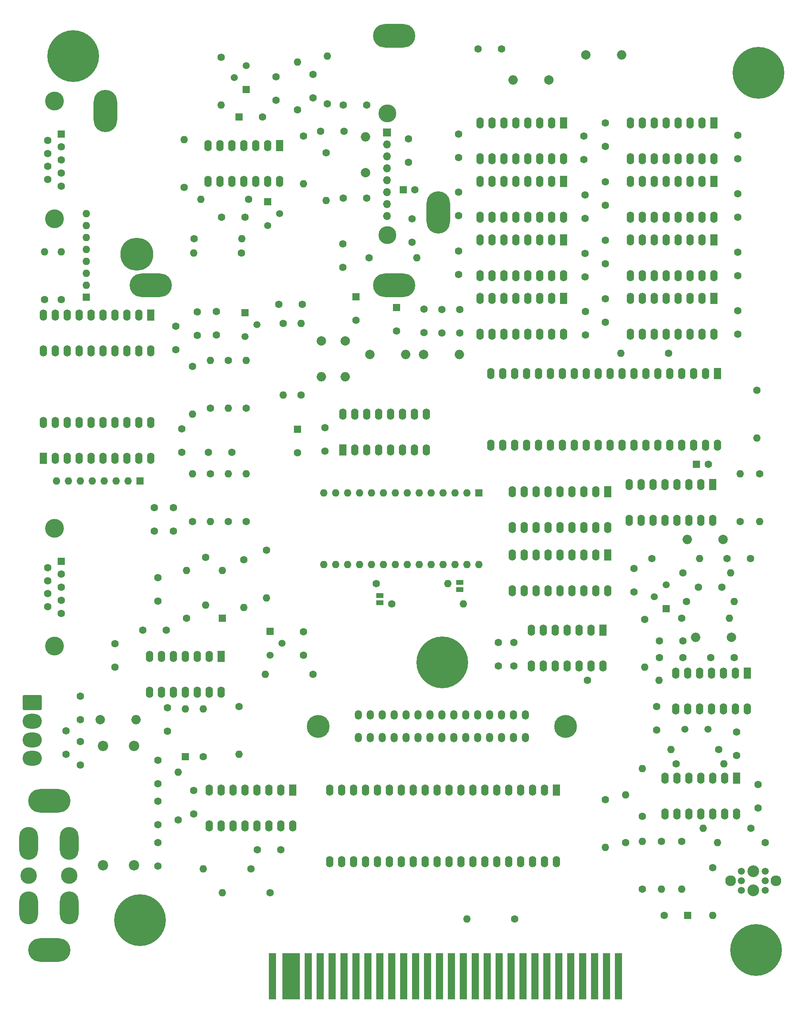
<source format=gbr>
%TF.GenerationSoftware,KiCad,Pcbnew,7.0.11-7.0.11~ubuntu22.04.1*%
%TF.CreationDate,2024-11-08T14:06:27-05:00*%
%TF.ProjectId,coleco_original_main_only,636f6c65-636f-45f6-9f72-6967696e616c,DEV*%
%TF.SameCoordinates,Original*%
%TF.FileFunction,Soldermask,Bot*%
%TF.FilePolarity,Negative*%
%FSLAX46Y46*%
G04 Gerber Fmt 4.6, Leading zero omitted, Abs format (unit mm)*
G04 Created by KiCad (PCBNEW 7.0.11-7.0.11~ubuntu22.04.1) date 2024-11-08 14:06:27*
%MOMM*%
%LPD*%
G01*
G04 APERTURE LIST*
G04 Aperture macros list*
%AMRoundRect*
0 Rectangle with rounded corners*
0 $1 Rounding radius*
0 $2 $3 $4 $5 $6 $7 $8 $9 X,Y pos of 4 corners*
0 Add a 4 corners polygon primitive as box body*
4,1,4,$2,$3,$4,$5,$6,$7,$8,$9,$2,$3,0*
0 Add four circle primitives for the rounded corners*
1,1,$1+$1,$2,$3*
1,1,$1+$1,$4,$5*
1,1,$1+$1,$6,$7*
1,1,$1+$1,$8,$9*
0 Add four rect primitives between the rounded corners*
20,1,$1+$1,$2,$3,$4,$5,0*
20,1,$1+$1,$4,$5,$6,$7,0*
20,1,$1+$1,$6,$7,$8,$9,0*
20,1,$1+$1,$8,$9,$2,$3,0*%
G04 Aperture macros list end*
%ADD10C,1.600000*%
%ADD11R,1.600000X1.600000*%
%ADD12O,1.600000X1.600000*%
%ADD13R,1.600000X2.400000*%
%ADD14O,1.600000X2.400000*%
%ADD15C,3.800000*%
%ADD16R,1.500000X1.500000*%
%ADD17C,1.500000*%
%ADD18O,9.000000X5.000000*%
%ADD19C,2.000000*%
%ADD20O,2.000000X2.000000*%
%ADD21C,4.000000*%
%ADD22R,1.524000X9.906000*%
%ADD23R,2.032000X9.906000*%
%ADD24R,1.778000X9.906000*%
%ADD25C,2.300000*%
%ADD26C,2.500000*%
%ADD27C,11.000000*%
%ADD28C,2.200000*%
%ADD29O,2.200000X2.200000*%
%ADD30C,7.000000*%
%ADD31O,4.000000X7.000000*%
%ADD32C,3.500000*%
%ADD33RoundRect,0.250000X-1.800000X1.330000X-1.800000X-1.330000X1.800000X-1.330000X1.800000X1.330000X0*%
%ADD34O,4.100000X3.160000*%
%ADD35O,1.500000X2.000000*%
%ADD36C,4.875000*%
%ADD37O,5.000000X9.000000*%
%ADD38R,1.700000X1.700000*%
%ADD39O,1.700000X1.700000*%
%ADD40R,1.500000X1.000000*%
G04 APERTURE END LIST*
D10*
%TO.C,C46*%
X38862000Y-165787000D03*
X38862000Y-170787000D03*
%TD*%
D11*
%TO.C,CR1*%
X61214000Y-178701000D03*
D12*
X61214000Y-168541000D03*
%TD*%
D10*
%TO.C,R23*%
X73660000Y-136791000D03*
D12*
X73660000Y-146951000D03*
%TD*%
D13*
%TO.C,U1*%
X140203000Y-185833000D03*
D14*
X137663000Y-185833000D03*
X135123000Y-185833000D03*
X132583000Y-185833000D03*
X130043000Y-185833000D03*
X127503000Y-185833000D03*
X124963000Y-185833000D03*
X122423000Y-185833000D03*
X119883000Y-185833000D03*
X117343000Y-185833000D03*
X114803000Y-185833000D03*
X112263000Y-185833000D03*
X109723000Y-185833000D03*
X107183000Y-185833000D03*
X104643000Y-185833000D03*
X102103000Y-185833000D03*
X99563000Y-185833000D03*
X97023000Y-185833000D03*
X94483000Y-185833000D03*
X91943000Y-185833000D03*
X91943000Y-201073000D03*
X94483000Y-201073000D03*
X97023000Y-201073000D03*
X99563000Y-201073000D03*
X102103000Y-201073000D03*
X104643000Y-201073000D03*
X107183000Y-201073000D03*
X109723000Y-201073000D03*
X112263000Y-201073000D03*
X114803000Y-201073000D03*
X117343000Y-201073000D03*
X119883000Y-201073000D03*
X122423000Y-201073000D03*
X124963000Y-201073000D03*
X127503000Y-201073000D03*
X130043000Y-201073000D03*
X132583000Y-201073000D03*
X135123000Y-201073000D03*
X137663000Y-201073000D03*
X140203000Y-201073000D03*
%TD*%
D10*
%TO.C,C92*%
X173014000Y-157619000D03*
X178014000Y-157619000D03*
%TD*%
%TO.C,C103*%
X86360000Y-152071000D03*
X86360000Y-157071000D03*
%TD*%
%TO.C,R39*%
X160528000Y-136537000D03*
D12*
X170688000Y-136537000D03*
%TD*%
D10*
%TO.C,C49*%
X55372000Y-196989000D03*
X55372000Y-201989000D03*
%TD*%
%TO.C,C31*%
X150622000Y-68759000D03*
X150622000Y-73759000D03*
%TD*%
D15*
%TO.C,H14*%
X104174000Y-67669000D03*
%TD*%
D10*
%TO.C,R13*%
X167132000Y-139585000D03*
D12*
X177292000Y-139585000D03*
%TD*%
D10*
%TO.C,C90*%
X162132000Y-154063000D03*
X167132000Y-154063000D03*
%TD*%
D16*
%TO.C,Q4*%
X73914000Y-84213000D03*
D17*
X76454000Y-86753000D03*
X73914000Y-89293000D03*
%TD*%
D10*
%TO.C,C1*%
X178562000Y-173407000D03*
X178562000Y-178407000D03*
%TD*%
%TO.C,C91*%
X162092000Y-157619000D03*
X167092000Y-157619000D03*
%TD*%
%TO.C,C65*%
X57110000Y-151777000D03*
X52110000Y-151777000D03*
%TD*%
D11*
%TO.C,U2*%
X123688000Y-122562000D03*
D12*
X121148000Y-122562000D03*
X118608000Y-122562000D03*
X116068000Y-122562000D03*
X113528000Y-122562000D03*
X110988000Y-122562000D03*
X108448000Y-122562000D03*
X105908000Y-122562000D03*
X103368000Y-122562000D03*
X100828000Y-122562000D03*
X98288000Y-122562000D03*
X95748000Y-122562000D03*
X93208000Y-122562000D03*
X90668000Y-122562000D03*
X90668000Y-137802000D03*
X93208000Y-137802000D03*
X95748000Y-137802000D03*
X98288000Y-137802000D03*
X100828000Y-137802000D03*
X103368000Y-137802000D03*
X105908000Y-137802000D03*
X108448000Y-137802000D03*
X110988000Y-137802000D03*
X113528000Y-137802000D03*
X116068000Y-137802000D03*
X118608000Y-137802000D03*
X121148000Y-137802000D03*
X123688000Y-137802000D03*
%TD*%
D10*
%TO.C,C8*%
X62992000Y-185853000D03*
X62992000Y-190853000D03*
%TD*%
D18*
%TO.C,H7*%
X32258000Y-219849000D03*
%TD*%
D19*
%TO.C,L17*%
X175656000Y-132473000D03*
D20*
X168036000Y-132473000D03*
%TD*%
D21*
%TO.C,J5*%
X33342331Y-39191000D03*
X33342331Y-64191000D03*
D11*
X34762331Y-46151000D03*
D10*
X34762331Y-48921000D03*
X34762331Y-51691000D03*
X34762331Y-54461000D03*
X34762331Y-57231000D03*
X31922331Y-47536000D03*
X31922331Y-50306000D03*
X31922331Y-53076000D03*
X31922331Y-55846000D03*
%TD*%
D18*
%TO.C,H12*%
X105664000Y-78371000D03*
%TD*%
D11*
%TO.C,C36*%
X97536000Y-80773094D03*
D10*
X97536000Y-85773094D03*
%TD*%
D11*
%TO.C,UR25*%
X40132000Y-80921000D03*
D12*
X40132000Y-78381000D03*
X40132000Y-75841000D03*
X40132000Y-73301000D03*
X40132000Y-70761000D03*
X40132000Y-68221000D03*
X40132000Y-65681000D03*
X40132000Y-63141000D03*
%TD*%
D10*
%TO.C,C48*%
X38862000Y-175439000D03*
X38862000Y-180439000D03*
%TD*%
%TO.C,R8*%
X162560000Y-196735000D03*
D12*
X162560000Y-206895000D03*
%TD*%
D10*
%TO.C,R67*%
X31242000Y-81419000D03*
D12*
X31242000Y-71259000D03*
%TD*%
D10*
%TO.C,R34*%
X74168000Y-104533000D03*
D12*
X74168000Y-94373000D03*
%TD*%
D10*
%TO.C,C4*%
X170434000Y-142633000D03*
X175434000Y-142633000D03*
%TD*%
%TO.C,C11*%
X183134000Y-189583000D03*
X183134000Y-184583000D03*
%TD*%
%TO.C,C50*%
X55372000Y-179463000D03*
X55372000Y-184463000D03*
%TD*%
%TO.C,R48*%
X63026000Y-68431000D03*
D12*
X73186000Y-68431000D03*
%TD*%
D22*
%TO.C,J2*%
X153416000Y-225437000D03*
X150876000Y-225437000D03*
X148336000Y-225437000D03*
X145796000Y-225437000D03*
X143256000Y-225437000D03*
X140716000Y-225437000D03*
X138176000Y-225437000D03*
X135636000Y-225437000D03*
X133096000Y-225437000D03*
X130556000Y-225437000D03*
X128016000Y-225437000D03*
X125476000Y-225437000D03*
X122936000Y-225437000D03*
X120396000Y-225437000D03*
X117856000Y-225437000D03*
X115316000Y-225437000D03*
X112776000Y-225437000D03*
X110236000Y-225437000D03*
X107696000Y-225437000D03*
X105156000Y-225437000D03*
X102616000Y-225437000D03*
X100076000Y-225437000D03*
X97536000Y-225437000D03*
X94996000Y-225437000D03*
X92456000Y-225437000D03*
X89916000Y-225437000D03*
X87376000Y-225437000D03*
D23*
X84582000Y-225437000D03*
D24*
X82677000Y-225437000D03*
D22*
X79756000Y-225437000D03*
%TD*%
D10*
%TO.C,R35*%
X158496000Y-191401000D03*
D12*
X158496000Y-181241000D03*
%TD*%
D10*
%TO.C,C100*%
X94782000Y-40017000D03*
X99782000Y-40017000D03*
%TD*%
%TO.C,C40*%
X119380000Y-71045000D03*
X119380000Y-76045000D03*
%TD*%
%TO.C,R72*%
X62738000Y-95643000D03*
D12*
X62738000Y-105803000D03*
%TD*%
D13*
%TO.C,U24*%
X68834000Y-157365000D03*
D14*
X66294000Y-157365000D03*
X63754000Y-157365000D03*
X61214000Y-157365000D03*
X58674000Y-157365000D03*
X56134000Y-157365000D03*
X53594000Y-157365000D03*
X53594000Y-164985000D03*
X56134000Y-164985000D03*
X58674000Y-164985000D03*
X61214000Y-164985000D03*
X63754000Y-164985000D03*
X66294000Y-164985000D03*
X68834000Y-164985000D03*
%TD*%
D13*
%TO.C,U7*%
X178562000Y-183273000D03*
D14*
X176022000Y-183273000D03*
X173482000Y-183273000D03*
X170942000Y-183273000D03*
X168402000Y-183273000D03*
X165862000Y-183273000D03*
X163322000Y-183273000D03*
X163322000Y-190893000D03*
X165862000Y-190893000D03*
X168402000Y-190893000D03*
X170942000Y-190893000D03*
X173482000Y-190893000D03*
X176022000Y-190893000D03*
X178562000Y-190893000D03*
%TD*%
D13*
%TO.C,U6*%
X173467000Y-120774000D03*
D14*
X170927000Y-120774000D03*
X168387000Y-120774000D03*
X165847000Y-120774000D03*
X163307000Y-120774000D03*
X160767000Y-120774000D03*
X158227000Y-120774000D03*
X155687000Y-120774000D03*
X155687000Y-128394000D03*
X158227000Y-128394000D03*
X160767000Y-128394000D03*
X163307000Y-128394000D03*
X165847000Y-128394000D03*
X168387000Y-128394000D03*
X170927000Y-128394000D03*
X173467000Y-128394000D03*
%TD*%
D10*
%TO.C,C2*%
X81534000Y-198513000D03*
X76534000Y-198513000D03*
%TD*%
D25*
%TO.C,S1*%
X177292000Y-205085000D03*
X186944000Y-205085000D03*
D17*
X179578000Y-203053000D03*
D26*
X182118000Y-203053000D03*
D17*
X184658000Y-203053000D03*
X179578000Y-205085000D03*
D26*
X182118000Y-207117000D03*
D17*
X184658000Y-205085000D03*
X179578000Y-207117000D03*
X184658000Y-207117000D03*
%TD*%
D19*
%TO.C,L9*%
X138572000Y-34683000D03*
D20*
X130952000Y-34683000D03*
%TD*%
D27*
%TO.C,H5*%
X115858000Y-158601000D03*
%TD*%
D10*
%TO.C,C60*%
X81066000Y-82435000D03*
X86066000Y-82435000D03*
%TD*%
%TO.C,R14*%
X79248000Y-207657000D03*
D12*
X69088000Y-207657000D03*
%TD*%
D10*
%TO.C,R49*%
X73152000Y-71513000D03*
D12*
X62992000Y-71513000D03*
%TD*%
D13*
%TO.C,U22*%
X180853000Y-160906000D03*
D14*
X178313000Y-160906000D03*
X175773000Y-160906000D03*
X173233000Y-160906000D03*
X170693000Y-160906000D03*
X168153000Y-160906000D03*
X165613000Y-160906000D03*
X165613000Y-168526000D03*
X168153000Y-168526000D03*
X170693000Y-168526000D03*
X173233000Y-168526000D03*
X175773000Y-168526000D03*
X178313000Y-168526000D03*
X180853000Y-168526000D03*
%TD*%
D10*
%TO.C,C26*%
X178816000Y-58853000D03*
X178816000Y-63853000D03*
%TD*%
%TO.C,R19*%
X70358000Y-94373000D03*
D12*
X70358000Y-104533000D03*
%TD*%
D28*
%TO.C,L5*%
X50292000Y-201815000D03*
D29*
X50292000Y-176415000D03*
%TD*%
D10*
%TO.C,R25*%
X74168000Y-128663000D03*
D12*
X74168000Y-118503000D03*
%TD*%
D10*
%TO.C,C32*%
X119380000Y-46153000D03*
X119380000Y-51153000D03*
%TD*%
D30*
%TO.C,H13*%
X50834000Y-71733000D03*
%TD*%
D10*
%TO.C,C28*%
X150622000Y-56313000D03*
X150622000Y-61313000D03*
%TD*%
%TO.C,R12*%
X75184000Y-202577000D03*
D12*
X65024000Y-202577000D03*
%TD*%
D10*
%TO.C,C64*%
X80518000Y-38961000D03*
X80518000Y-33961000D03*
%TD*%
%TO.C,C37*%
X119380000Y-58559000D03*
X119380000Y-63559000D03*
%TD*%
D27*
%TO.C,H1*%
X51562000Y-213499000D03*
%TD*%
D19*
%TO.C,L2*%
X100442000Y-93103000D03*
D20*
X108062000Y-93103000D03*
%TD*%
D18*
%TO.C,H10*%
X53848000Y-78389000D03*
%TD*%
D11*
%TO.C,C87*%
X107551774Y-58051000D03*
D10*
X110051774Y-58051000D03*
%TD*%
%TO.C,R62*%
X159004000Y-149491000D03*
D12*
X159004000Y-159651000D03*
%TD*%
D16*
%TO.C,Q6*%
X74176000Y-36715000D03*
D17*
X71636000Y-34175000D03*
X74176000Y-31635000D03*
%TD*%
D10*
%TO.C,R75*%
X174752000Y-177177000D03*
D12*
X164592000Y-177177000D03*
%TD*%
D21*
%TO.C,J6*%
X33342331Y-130123000D03*
X33342331Y-155123000D03*
D11*
X34762331Y-137083000D03*
D10*
X34762331Y-139853000D03*
X34762331Y-142623000D03*
X34762331Y-145393000D03*
X34762331Y-148163000D03*
X31922331Y-138468000D03*
X31922331Y-141238000D03*
X31922331Y-144008000D03*
X31922331Y-146778000D03*
%TD*%
%TO.C,R26*%
X131318000Y-213245000D03*
D12*
X121158000Y-213245000D03*
%TD*%
D10*
%TO.C,C102*%
X67818000Y-83959000D03*
X67818000Y-88959000D03*
%TD*%
D19*
%TO.C,L3*%
X111872000Y-93103000D03*
D20*
X119492000Y-93103000D03*
%TD*%
D13*
%TO.C,U8*%
X150119000Y-151762000D03*
D14*
X147579000Y-151762000D03*
X145039000Y-151762000D03*
X142499000Y-151762000D03*
X139959000Y-151762000D03*
X137419000Y-151762000D03*
X134879000Y-151762000D03*
X134879000Y-159382000D03*
X137419000Y-159382000D03*
X139959000Y-159382000D03*
X142499000Y-159382000D03*
X145039000Y-159382000D03*
X147579000Y-159382000D03*
X150119000Y-159382000D03*
%TD*%
D10*
%TO.C,R55*%
X60960000Y-57543000D03*
D12*
X60960000Y-47383000D03*
%TD*%
D10*
%TO.C,R43*%
X68834000Y-29857000D03*
D12*
X68834000Y-40017000D03*
%TD*%
D31*
%TO.C,S2*%
X36449000Y-210864000D03*
D32*
X36449000Y-204006000D03*
D31*
X36449000Y-197148000D03*
X27813000Y-210864000D03*
D32*
X27813000Y-204006000D03*
D31*
X27813000Y-197148000D03*
%TD*%
D11*
%TO.C,C34*%
X106172000Y-83071423D03*
D10*
X106172000Y-88071423D03*
%TD*%
%TO.C,WJ3*%
X82042000Y-86499000D03*
D12*
X82042000Y-101739000D03*
%TD*%
D10*
%TO.C,R60*%
X179324000Y-128663000D03*
D12*
X179324000Y-118503000D03*
%TD*%
D10*
%TO.C,C24*%
X146304000Y-59107000D03*
X146304000Y-64107000D03*
%TD*%
%TO.C,R71*%
X78486000Y-134759000D03*
D12*
X78486000Y-144919000D03*
%TD*%
D13*
%TO.C,U4*%
X151120000Y-135760000D03*
D14*
X148580000Y-135760000D03*
X146040000Y-135760000D03*
X143500000Y-135760000D03*
X140960000Y-135760000D03*
X138420000Y-135760000D03*
X135880000Y-135760000D03*
X133340000Y-135760000D03*
X130800000Y-135760000D03*
X130800000Y-143380000D03*
X133340000Y-143380000D03*
X135880000Y-143380000D03*
X138420000Y-143380000D03*
X140960000Y-143380000D03*
X143500000Y-143380000D03*
X146040000Y-143380000D03*
X148580000Y-143380000D03*
X151120000Y-143380000D03*
%TD*%
D10*
%TO.C,R17*%
X154940000Y-196989000D03*
D12*
X154940000Y-186829000D03*
%TD*%
D10*
%TO.C,C22*%
X150622000Y-43827000D03*
X150622000Y-48827000D03*
%TD*%
%TO.C,R69*%
X66548000Y-104533000D03*
D12*
X66548000Y-94373000D03*
%TD*%
D11*
%TO.C,C68*%
X72624698Y-42557000D03*
D10*
X77624698Y-42557000D03*
%TD*%
%TO.C,C29*%
X178816000Y-71299000D03*
X178816000Y-76299000D03*
%TD*%
%TO.C,C42*%
X115824000Y-88491000D03*
X115824000Y-83491000D03*
%TD*%
D13*
%TO.C,U20*%
X94757000Y-113438000D03*
D14*
X97297000Y-113438000D03*
X99837000Y-113438000D03*
X102377000Y-113438000D03*
X104917000Y-113438000D03*
X107457000Y-113438000D03*
X109997000Y-113438000D03*
X112537000Y-113438000D03*
X112537000Y-105818000D03*
X109997000Y-105818000D03*
X107457000Y-105818000D03*
X104917000Y-105818000D03*
X102377000Y-105818000D03*
X99837000Y-105818000D03*
X97297000Y-105818000D03*
X94757000Y-105818000D03*
%TD*%
D10*
%TO.C,R22*%
X66548000Y-118503000D03*
D12*
X66548000Y-128663000D03*
%TD*%
D13*
%TO.C,U3*%
X151120000Y-122298000D03*
D14*
X148580000Y-122298000D03*
X146040000Y-122298000D03*
X143500000Y-122298000D03*
X140960000Y-122298000D03*
X138420000Y-122298000D03*
X135880000Y-122298000D03*
X133340000Y-122298000D03*
X130800000Y-122298000D03*
X130800000Y-129918000D03*
X133340000Y-129918000D03*
X135880000Y-129918000D03*
X138420000Y-129918000D03*
X140960000Y-129918000D03*
X143500000Y-129918000D03*
X146040000Y-129918000D03*
X148580000Y-129918000D03*
X151120000Y-129918000D03*
%TD*%
D13*
%TO.C,U19*%
X53848000Y-84721000D03*
D14*
X51308000Y-84721000D03*
X48768000Y-84721000D03*
X46228000Y-84721000D03*
X43688000Y-84721000D03*
X41148000Y-84721000D03*
X38608000Y-84721000D03*
X36068000Y-84721000D03*
X33528000Y-84721000D03*
X30988000Y-84721000D03*
X30988000Y-92341000D03*
X33528000Y-92341000D03*
X36068000Y-92341000D03*
X38608000Y-92341000D03*
X41148000Y-92341000D03*
X43688000Y-92341000D03*
X46228000Y-92341000D03*
X48768000Y-92341000D03*
X51308000Y-92341000D03*
X53848000Y-92341000D03*
%TD*%
D17*
%TO.C,Y1*%
X172410000Y-172859000D03*
X167530000Y-172859000D03*
%TD*%
D10*
%TO.C,C41*%
X112014000Y-83451000D03*
X112014000Y-88451000D03*
%TD*%
%TO.C,R5*%
X165642000Y-180225000D03*
D12*
X175802000Y-180225000D03*
%TD*%
D10*
%TO.C,R79*%
X74676000Y-60083000D03*
D12*
X64516000Y-60083000D03*
%TD*%
D10*
%TO.C,C21*%
X146050000Y-46621000D03*
X146050000Y-51621000D03*
%TD*%
%TO.C,C99*%
X55372000Y-140601000D03*
X55372000Y-145601000D03*
%TD*%
%TO.C,C13*%
X156718000Y-138609000D03*
X156718000Y-143609000D03*
%TD*%
%TO.C,C57*%
X108712000Y-52169000D03*
X108712000Y-47169000D03*
%TD*%
D16*
%TO.C,Q3*%
X78732000Y-60591000D03*
D17*
X81272000Y-63131000D03*
X78732000Y-65671000D03*
%TD*%
D10*
%TO.C,C30*%
X146338000Y-83959000D03*
X146338000Y-88959000D03*
%TD*%
%TO.C,R10*%
X158496000Y-206895000D03*
D12*
X158496000Y-196735000D03*
%TD*%
D10*
%TO.C,R15*%
X150622000Y-187845000D03*
D12*
X150622000Y-198005000D03*
%TD*%
D10*
%TO.C,R76*%
X86360000Y-46621000D03*
D12*
X86360000Y-56781000D03*
%TD*%
D10*
%TO.C,R21*%
X70358000Y-128663000D03*
D12*
X70358000Y-118503000D03*
%TD*%
D10*
%TO.C,C70*%
X161544000Y-168033000D03*
X161544000Y-173033000D03*
%TD*%
D15*
%TO.C,H15*%
X104174000Y-41761000D03*
%TD*%
D11*
%TO.C,UR26*%
X51562000Y-120027000D03*
D12*
X49022000Y-120027000D03*
X46482000Y-120027000D03*
X43942000Y-120027000D03*
X41402000Y-120027000D03*
X38862000Y-120027000D03*
X36322000Y-120027000D03*
X33782000Y-120027000D03*
%TD*%
D13*
%TO.C,U23*%
X81285000Y-48638000D03*
D14*
X78745000Y-48638000D03*
X76205000Y-48638000D03*
X73665000Y-48638000D03*
X71125000Y-48638000D03*
X68585000Y-48638000D03*
X66045000Y-48638000D03*
X66045000Y-56258000D03*
X68585000Y-56258000D03*
X71125000Y-56258000D03*
X73665000Y-56258000D03*
X76205000Y-56258000D03*
X78745000Y-56258000D03*
X81285000Y-56258000D03*
%TD*%
D13*
%TO.C,U18*%
X30988000Y-115201000D03*
D14*
X33528000Y-115201000D03*
X36068000Y-115201000D03*
X38608000Y-115201000D03*
X41148000Y-115201000D03*
X43688000Y-115201000D03*
X46228000Y-115201000D03*
X48768000Y-115201000D03*
X51308000Y-115201000D03*
X53848000Y-115201000D03*
X53848000Y-107581000D03*
X51308000Y-107581000D03*
X48768000Y-107581000D03*
X46228000Y-107581000D03*
X43688000Y-107581000D03*
X41148000Y-107581000D03*
X38608000Y-107581000D03*
X36068000Y-107581000D03*
X33528000Y-107581000D03*
X30988000Y-107581000D03*
%TD*%
D13*
%TO.C,U10*%
X173751000Y-56263000D03*
D14*
X171211000Y-56263000D03*
X168671000Y-56263000D03*
X166131000Y-56263000D03*
X163591000Y-56263000D03*
X161051000Y-56263000D03*
X158511000Y-56263000D03*
X155971000Y-56263000D03*
X155971000Y-63883000D03*
X158511000Y-63883000D03*
X161051000Y-63883000D03*
X163591000Y-63883000D03*
X166131000Y-63883000D03*
X168671000Y-63883000D03*
X171211000Y-63883000D03*
X173751000Y-63883000D03*
%TD*%
D27*
%TO.C,H2*%
X37338000Y-29603000D03*
%TD*%
D33*
%TO.C,J0*%
X28597000Y-167173000D03*
D34*
X28597000Y-171133000D03*
X28597000Y-175093000D03*
X28597000Y-179053000D03*
%TD*%
D10*
%TO.C,C10*%
X59182000Y-92047000D03*
X59182000Y-87047000D03*
%TD*%
D19*
%TO.C,L14*%
X177434000Y-153301000D03*
D20*
X169814000Y-153301000D03*
%TD*%
D10*
%TO.C,C104*%
X46228000Y-159611000D03*
X46228000Y-154611000D03*
%TD*%
D11*
%TO.C,CR2*%
X69088000Y-149237000D03*
D12*
X69088000Y-139077000D03*
%TD*%
D10*
%TO.C,C88*%
X128484000Y-28079000D03*
X123484000Y-28079000D03*
%TD*%
%TO.C,R78*%
X184658000Y-196989000D03*
D12*
X174498000Y-196989000D03*
%TD*%
D13*
%TO.C,U15*%
X141717000Y-43812000D03*
D14*
X139177000Y-43812000D03*
X136637000Y-43812000D03*
X134097000Y-43812000D03*
X131557000Y-43812000D03*
X129017000Y-43812000D03*
X126477000Y-43812000D03*
X123937000Y-43812000D03*
X123937000Y-51432000D03*
X126477000Y-51432000D03*
X129017000Y-51432000D03*
X131557000Y-51432000D03*
X134097000Y-51432000D03*
X136637000Y-51432000D03*
X139177000Y-51432000D03*
X141717000Y-51432000D03*
%TD*%
D10*
%TO.C,R20*%
X62738000Y-128663000D03*
D12*
X62738000Y-118503000D03*
%TD*%
D10*
%TO.C,R41*%
X100330000Y-72529000D03*
D12*
X110490000Y-72529000D03*
%TD*%
D10*
%TO.C,WJ2*%
X85852000Y-101739000D03*
D12*
X85852000Y-86499000D03*
%TD*%
D10*
%TO.C,R1*%
X65024000Y-178701000D03*
D12*
X65024000Y-168541000D03*
%TD*%
D10*
%TO.C,C12*%
X60452000Y-108931000D03*
X60452000Y-113931000D03*
%TD*%
%TO.C,R11*%
X167894000Y-145681000D03*
D12*
X178054000Y-145681000D03*
%TD*%
D10*
%TO.C,C23*%
X178816000Y-46407000D03*
X178816000Y-51407000D03*
%TD*%
%TO.C,C17*%
X66120000Y-113931000D03*
X71120000Y-113931000D03*
%TD*%
D18*
%TO.C,H11*%
X105664000Y-25303000D03*
%TD*%
D10*
%TO.C,C44*%
X178816000Y-83745000D03*
X178816000Y-88745000D03*
%TD*%
%TO.C,C89*%
X90932000Y-108637000D03*
X90932000Y-113637000D03*
%TD*%
%TO.C,R18*%
X91186000Y-50177000D03*
D12*
X91186000Y-60337000D03*
%TD*%
D16*
%TO.C,Q2*%
X163584000Y-147205000D03*
D17*
X161044000Y-144665000D03*
X163584000Y-142125000D03*
%TD*%
D10*
%TO.C,R24*%
X65532000Y-136283000D03*
D12*
X65532000Y-146443000D03*
%TD*%
D10*
%TO.C,C61*%
X57404000Y-168293000D03*
X57404000Y-173293000D03*
%TD*%
%TO.C,C9*%
X131098000Y-154357000D03*
X131098000Y-159357000D03*
%TD*%
%TO.C,C66*%
X89956000Y-45605000D03*
X94956000Y-45605000D03*
%TD*%
%TO.C,C69*%
X68909328Y-63893000D03*
X73909328Y-63893000D03*
%TD*%
D13*
%TO.C,U16*%
X141717000Y-81165000D03*
D14*
X139177000Y-81165000D03*
X136637000Y-81165000D03*
X134097000Y-81165000D03*
X131557000Y-81165000D03*
X129017000Y-81165000D03*
X126477000Y-81165000D03*
X123937000Y-81165000D03*
X123937000Y-88785000D03*
X126477000Y-88785000D03*
X129017000Y-88785000D03*
X131557000Y-88785000D03*
X134097000Y-88785000D03*
X136637000Y-88785000D03*
X139177000Y-88785000D03*
X141717000Y-88785000D03*
%TD*%
D13*
%TO.C,U5*%
X84059000Y-185798000D03*
D14*
X81519000Y-185798000D03*
X78979000Y-185798000D03*
X76439000Y-185798000D03*
X73899000Y-185798000D03*
X71359000Y-185798000D03*
X68819000Y-185798000D03*
X66279000Y-185798000D03*
X66279000Y-193418000D03*
X68819000Y-193418000D03*
X71359000Y-193418000D03*
X73899000Y-193418000D03*
X76439000Y-193418000D03*
X78979000Y-193418000D03*
X81519000Y-193418000D03*
X84059000Y-193418000D03*
%TD*%
D10*
%TO.C,WJ1*%
X146812000Y-162445000D03*
D12*
X162052000Y-162445000D03*
%TD*%
D19*
%TO.C,L8*%
X90170000Y-90167000D03*
D20*
X90170000Y-97787000D03*
%TD*%
D10*
%TO.C,R16*%
X72644000Y-167999000D03*
D12*
X72644000Y-178159000D03*
%TD*%
D27*
%TO.C,H4*%
X183168000Y-33125000D03*
%TD*%
D11*
%TO.C,C16*%
X85090000Y-108988349D03*
D10*
X85090000Y-113988349D03*
%TD*%
%TO.C,C45*%
X150622000Y-81205000D03*
X150622000Y-86205000D03*
%TD*%
%TO.C,R37*%
X59690000Y-192163000D03*
D12*
X59690000Y-182003000D03*
%TD*%
D19*
%TO.C,L15*%
X95250000Y-90167000D03*
D20*
X95250000Y-97787000D03*
%TD*%
D35*
%TO.C,J1*%
X98044000Y-169811000D03*
X98044000Y-174637000D03*
X100584000Y-169811000D03*
X100584000Y-174637000D03*
X103124000Y-169811000D03*
X103124000Y-174637000D03*
X105664000Y-169811000D03*
X105664000Y-174637000D03*
X108204000Y-169811000D03*
X108204000Y-174637000D03*
X110744000Y-169811000D03*
X110744000Y-174637000D03*
X113284000Y-169811000D03*
X113284000Y-174637000D03*
X115824000Y-169811000D03*
X115824000Y-174637000D03*
X118364000Y-169811000D03*
X118364000Y-174637000D03*
X120904000Y-169811000D03*
X120904000Y-174637000D03*
X123444000Y-169811000D03*
X123444000Y-174637000D03*
X125984000Y-169811000D03*
X125984000Y-174637000D03*
X128524000Y-169811000D03*
X128524000Y-174637000D03*
X131064000Y-169811000D03*
X131064000Y-174637000D03*
X133604000Y-169811000D03*
X133604000Y-174637000D03*
D36*
X89474000Y-172212000D03*
X142174000Y-172212000D03*
%TD*%
D10*
%TO.C,R9*%
X173482000Y-202323000D03*
D12*
X173482000Y-212483000D03*
%TD*%
D13*
%TO.C,U9*%
X174493000Y-97167000D03*
D14*
X171953000Y-97167000D03*
X169413000Y-97167000D03*
X166873000Y-97167000D03*
X164333000Y-97167000D03*
X161793000Y-97167000D03*
X159253000Y-97167000D03*
X156713000Y-97167000D03*
X154173000Y-97167000D03*
X151633000Y-97167000D03*
X149093000Y-97167000D03*
X146553000Y-97167000D03*
X144013000Y-97167000D03*
X141473000Y-97167000D03*
X138933000Y-97167000D03*
X136393000Y-97167000D03*
X133853000Y-97167000D03*
X131313000Y-97167000D03*
X128773000Y-97167000D03*
X126233000Y-97167000D03*
X126233000Y-112407000D03*
X128773000Y-112407000D03*
X131313000Y-112407000D03*
X133853000Y-112407000D03*
X136393000Y-112407000D03*
X138933000Y-112407000D03*
X141473000Y-112407000D03*
X144013000Y-112407000D03*
X146553000Y-112407000D03*
X149093000Y-112407000D03*
X151633000Y-112407000D03*
X154173000Y-112407000D03*
X156713000Y-112407000D03*
X159253000Y-112407000D03*
X161793000Y-112407000D03*
X164333000Y-112407000D03*
X166873000Y-112407000D03*
X169413000Y-112407000D03*
X171953000Y-112407000D03*
X174493000Y-112407000D03*
%TD*%
D11*
%TO.C,C3*%
X168129255Y-212483000D03*
D10*
X163129255Y-212483000D03*
%TD*%
%TO.C,R65*%
X34798000Y-81419000D03*
D12*
X34798000Y-71259000D03*
%TD*%
D37*
%TO.C,H9*%
X44214000Y-41287000D03*
%TD*%
D10*
%TO.C,R61*%
X183422000Y-118469000D03*
D12*
X183422000Y-128629000D03*
%TD*%
D10*
%TO.C,C27*%
X146304000Y-71553000D03*
X146304000Y-76553000D03*
%TD*%
D28*
%TO.C,L6*%
X43688000Y-201815000D03*
D29*
X43688000Y-176415000D03*
%TD*%
D13*
%TO.C,U12*%
X173736000Y-81165000D03*
D14*
X171196000Y-81165000D03*
X168656000Y-81165000D03*
X166116000Y-81165000D03*
X163576000Y-81165000D03*
X161036000Y-81165000D03*
X158496000Y-81165000D03*
X155956000Y-81165000D03*
X155956000Y-88785000D03*
X158496000Y-88785000D03*
X161036000Y-88785000D03*
X163576000Y-88785000D03*
X166116000Y-88785000D03*
X168656000Y-88785000D03*
X171196000Y-88785000D03*
X173736000Y-88785000D03*
%TD*%
D13*
%TO.C,U13*%
X141717000Y-56263000D03*
D14*
X139177000Y-56263000D03*
X136637000Y-56263000D03*
X134097000Y-56263000D03*
X131557000Y-56263000D03*
X129017000Y-56263000D03*
X126477000Y-56263000D03*
X123937000Y-56263000D03*
X123937000Y-63883000D03*
X126477000Y-63883000D03*
X129017000Y-63883000D03*
X131557000Y-63883000D03*
X134097000Y-63883000D03*
X136637000Y-63883000D03*
X139177000Y-63883000D03*
X141717000Y-63883000D03*
%TD*%
D19*
%TO.C,L10*%
X99568000Y-54383000D03*
D20*
X99568000Y-46763000D03*
%TD*%
D10*
%TO.C,C43*%
X119634000Y-83491000D03*
X119634000Y-88491000D03*
%TD*%
D19*
%TO.C,L7*%
X146416000Y-29349000D03*
D20*
X154036000Y-29349000D03*
%TD*%
D10*
%TO.C,R70*%
X88392000Y-161175000D03*
D12*
X78232000Y-161175000D03*
%TD*%
D10*
%TO.C,R7*%
X166878000Y-196735000D03*
D12*
X166878000Y-206895000D03*
%TD*%
D38*
%TO.C,J4A1*%
X104140000Y-45874000D03*
D39*
X104140000Y-48414000D03*
X104140000Y-50954000D03*
X104140000Y-53494000D03*
X104140000Y-56034000D03*
X104140000Y-58574000D03*
X104140000Y-61114000D03*
X104140000Y-63654000D03*
%TD*%
D10*
%TO.C,C7*%
X127796000Y-154357000D03*
X127796000Y-159357000D03*
%TD*%
%TO.C,R77*%
X181610000Y-193941000D03*
D12*
X171450000Y-193941000D03*
%TD*%
D10*
%TO.C,R42*%
X85090000Y-41033000D03*
D12*
X85090000Y-30873000D03*
%TD*%
D10*
%TO.C,C101*%
X63754000Y-88999000D03*
X63754000Y-83999000D03*
%TD*%
%TO.C,C67*%
X94782000Y-59829000D03*
X99782000Y-59829000D03*
%TD*%
D13*
%TO.C,U11*%
X141717000Y-68714000D03*
D14*
X139177000Y-68714000D03*
X136637000Y-68714000D03*
X134097000Y-68714000D03*
X131557000Y-68714000D03*
X129017000Y-68714000D03*
X126477000Y-68714000D03*
X123937000Y-68714000D03*
X123937000Y-76334000D03*
X126477000Y-76334000D03*
X129017000Y-76334000D03*
X131557000Y-76334000D03*
X134097000Y-76334000D03*
X136637000Y-76334000D03*
X139177000Y-76334000D03*
X141717000Y-76334000D03*
%TD*%
D10*
%TO.C,C51*%
X55372000Y-193139000D03*
X55372000Y-188139000D03*
%TD*%
%TO.C,R6*%
X166878000Y-149237000D03*
D12*
X177038000Y-149237000D03*
%TD*%
D10*
%TO.C,C5*%
X176530000Y-136537000D03*
X181530000Y-136537000D03*
%TD*%
%TO.C,C19*%
X58674000Y-130655000D03*
X58674000Y-125655000D03*
%TD*%
D19*
%TO.C,L4*%
X43038000Y-170827000D03*
D20*
X50658000Y-170827000D03*
%TD*%
D10*
%TO.C,R27*%
X61468000Y-149237000D03*
D12*
X61468000Y-139077000D03*
%TD*%
D10*
%TO.C,R40*%
X91440000Y-39763000D03*
D12*
X91440000Y-29603000D03*
%TD*%
D10*
%TO.C,C98*%
X54610000Y-125655000D03*
X54610000Y-130655000D03*
%TD*%
%TO.C,C63*%
X94742000Y-69521000D03*
X94742000Y-74521000D03*
%TD*%
D37*
%TO.C,H8*%
X115062000Y-62877000D03*
%TD*%
D10*
%TO.C,C78*%
X109474000Y-64187000D03*
X109474000Y-69187000D03*
%TD*%
%TO.C,R73*%
X182880000Y-100723000D03*
D12*
X182880000Y-110883000D03*
%TD*%
D13*
%TO.C,U17*%
X173751000Y-43812000D03*
D14*
X171211000Y-43812000D03*
X168671000Y-43812000D03*
X166131000Y-43812000D03*
X163591000Y-43812000D03*
X161051000Y-43812000D03*
X158511000Y-43812000D03*
X155971000Y-43812000D03*
X155971000Y-51432000D03*
X158511000Y-51432000D03*
X161051000Y-51432000D03*
X163591000Y-51432000D03*
X166131000Y-51432000D03*
X168671000Y-51432000D03*
X171211000Y-51432000D03*
X173751000Y-51432000D03*
%TD*%
D18*
%TO.C,H6*%
X32258000Y-188099000D03*
%TD*%
D27*
%TO.C,H3*%
X182660000Y-219815000D03*
%TD*%
D10*
%TO.C,C62*%
X88392000Y-38453000D03*
X88392000Y-33453000D03*
%TD*%
D13*
%TO.C,U14*%
X173751000Y-68714000D03*
D14*
X171211000Y-68714000D03*
X168671000Y-68714000D03*
X166131000Y-68714000D03*
X163591000Y-68714000D03*
X161051000Y-68714000D03*
X158511000Y-68714000D03*
X155971000Y-68714000D03*
X155971000Y-76334000D03*
X158511000Y-76334000D03*
X161051000Y-76334000D03*
X163591000Y-76334000D03*
X166131000Y-76334000D03*
X168671000Y-76334000D03*
X171211000Y-76334000D03*
X173751000Y-76334000D03*
%TD*%
D11*
%TO.C,C106*%
X170034584Y-116471000D03*
D10*
X172534584Y-116471000D03*
%TD*%
%TO.C,WJ5*%
X105156000Y-146189000D03*
D12*
X120396000Y-146189000D03*
%TD*%
D10*
%TO.C,R64*%
X164084000Y-92849000D03*
D12*
X153924000Y-92849000D03*
%TD*%
D10*
%TO.C,C47*%
X35814000Y-173153000D03*
X35814000Y-178153000D03*
%TD*%
%TO.C,WJ4*%
X101854000Y-141871000D03*
D12*
X117094000Y-141871000D03*
%TD*%
D16*
%TO.C,Q5*%
X79240000Y-152031000D03*
D17*
X81780000Y-154571000D03*
X79240000Y-157111000D03*
%TD*%
D40*
%TO.C,JP1*%
X102616000Y-144411000D03*
X102616000Y-145935000D03*
%TD*%
%TO.C,JP2*%
X119634000Y-141617000D03*
X119634000Y-143141000D03*
%TD*%
M02*

</source>
